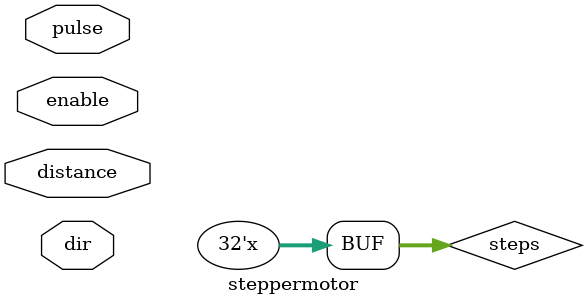
<source format=sv>
module steppermotor(input dir,enable,pulse, input wire signed [31:0] distance);



      //coils
reg A,B,C,D;

      //step count
reg [31:0] steps = 0;

      //step position keeps track of quarter circle  the motor is at     
reg [3:0] p = 0;

  always @(pulse) begin
    
    //distance is given in steps whitch are calculated in a different module
    if(steps != distance) begin

    //the step will be compleated and incremented only when the enite circle has been rotated
    if(p == 4 ) begin
    
        p = 0;
        steps = steps + 1;
    
    end

    // direction controll for going forwards
    if(enable && dir) begin
        
       case(p)
        
          0 : {A, B, C, D} = {1'd1,1'd0,1'd0,1'd1};
          1 : {A, B, C, D} = {1'd1,1'd1,1'd0,1'd0};
          2 : {A, B, C, D} = {1'd0,1'd1,1'd1,1'd0};
          3 : {A, B, C, D} = {1'd0,1'd0,1'd1,1'd1};

          default: {A, B, C, D} = {1'd0,1'd0,1'd0,1'd0};
       endcase
     end 

    //direction controll for going backwards
     if(enable && ~dir) begin
        
        case(p)
        
          0 : {D, C, B, A} = {1'd1,1'd0,1'd0,1'd1};
          1 : {D, C, B, A} = {1'd1,1'd1,1'd0,1'd0};
          2 : {D, C, B, A} = {1'd0,1'd1,1'd1,1'd0};
          3 : {D, C, B, A} = {1'd0,1'd0,1'd1,1'd1};
          
            default: {A, B, C, D} = {1'd0,1'd0,1'd0,1'd0};
        endcase
        
     end 
    end   

    //stop the motors if one of these conditions are true
     if(~enable || steps == distance) begin
     
        {A ,B ,C ,D} = {1'd0,1'd0,1'd0,1'd0};
        p = 0;
        
     end 
    p = p+1;
  end

endmodule

</source>
